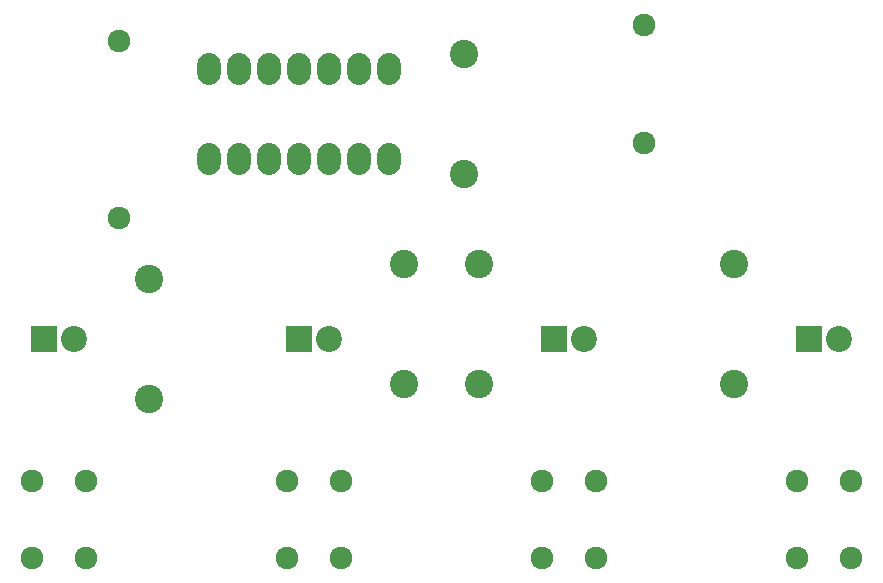
<source format=gbr>
G04 #@! TF.FileFunction,Soldermask,Top*
%FSLAX46Y46*%
G04 Gerber Fmt 4.6, Leading zero omitted, Abs format (unit mm)*
G04 Created by KiCad (PCBNEW 4.0.2-stable) date 12/05/2016 07:44:13*
%MOMM*%
G01*
G04 APERTURE LIST*
%ADD10C,0.100000*%
%ADD11C,1.924000*%
%ADD12C,2.200000*%
%ADD13R,2.200000X2.200000*%
%ADD14O,2.000000X2.700000*%
%ADD15C,2.398980*%
G04 APERTURE END LIST*
D10*
D11*
X115570000Y-101480000D03*
X115570000Y-86480000D03*
D12*
X111760000Y-111760000D03*
D13*
X109220000Y-111760000D03*
D12*
X133350000Y-111760000D03*
D13*
X130810000Y-111760000D03*
D12*
X154940000Y-111760000D03*
D13*
X152400000Y-111760000D03*
D12*
X176530000Y-111760000D03*
D13*
X173990000Y-111760000D03*
D14*
X123190000Y-96520000D03*
X125730000Y-96520000D03*
X128270000Y-96520000D03*
X130810000Y-96520000D03*
X133350000Y-96520000D03*
X135890000Y-96520000D03*
X138430000Y-96520000D03*
X138430000Y-88900000D03*
X135890000Y-88900000D03*
X133350000Y-88900000D03*
X130810000Y-88900000D03*
X128270000Y-88900000D03*
X125730000Y-88900000D03*
X123190000Y-88900000D03*
D15*
X118110000Y-106680000D03*
X118110000Y-116840000D03*
X139700000Y-105410000D03*
X139700000Y-115570000D03*
X146050000Y-105410000D03*
X146050000Y-115570000D03*
X167640000Y-105410000D03*
X167640000Y-115570000D03*
X144780000Y-97790000D03*
X144780000Y-87630000D03*
D11*
X112740000Y-123750000D03*
X112740000Y-130250000D03*
X108240000Y-130250000D03*
X108240000Y-123750000D03*
X134330000Y-123750000D03*
X134330000Y-130250000D03*
X129830000Y-130250000D03*
X129830000Y-123750000D03*
X155920000Y-123750000D03*
X155920000Y-130250000D03*
X151420000Y-130250000D03*
X151420000Y-123750000D03*
X177510000Y-123750000D03*
X177510000Y-130250000D03*
X173010000Y-130250000D03*
X173010000Y-123750000D03*
X160020000Y-85170000D03*
X160020000Y-95170000D03*
M02*

</source>
